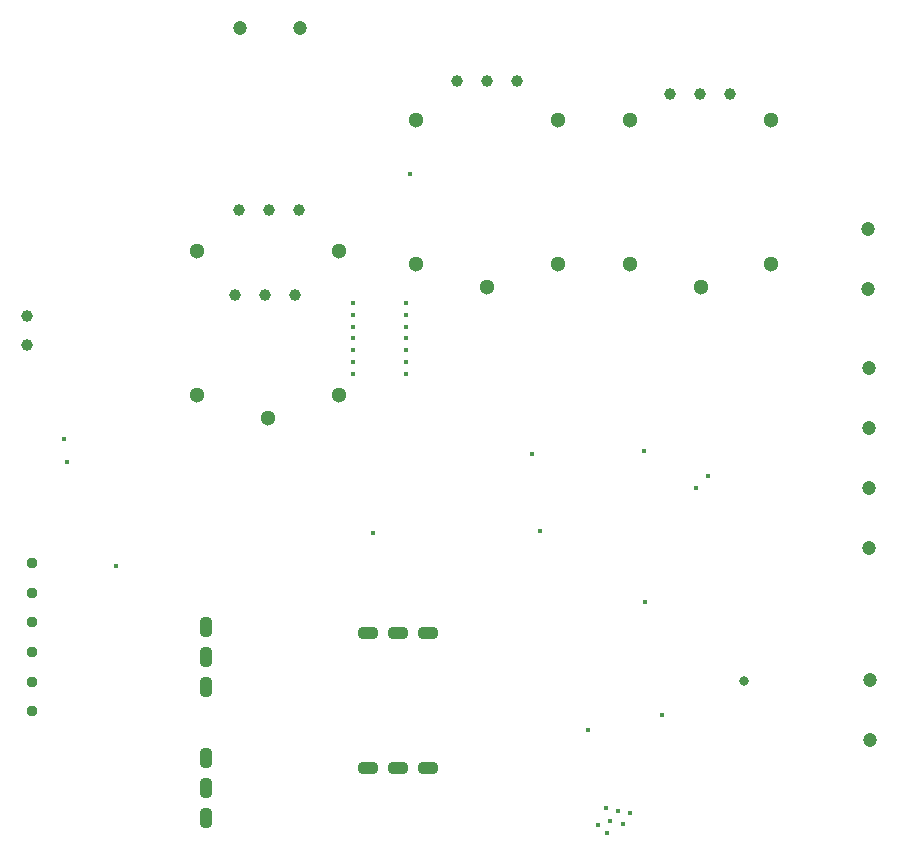
<source format=gbr>
%TF.GenerationSoftware,KiCad,Pcbnew,7.0.9*%
%TF.CreationDate,2024-04-02T14:08:44+05:30*%
%TF.ProjectId,Chg_Dschg Controller,4368675f-4473-4636-9867-20436f6e7472,rev?*%
%TF.SameCoordinates,Original*%
%TF.FileFunction,Plated,1,2,PTH,Mixed*%
%TF.FilePolarity,Positive*%
%FSLAX46Y46*%
G04 Gerber Fmt 4.6, Leading zero omitted, Abs format (unit mm)*
G04 Created by KiCad (PCBNEW 7.0.9) date 2024-04-02 14:08:44*
%MOMM*%
%LPD*%
G01*
G04 APERTURE LIST*
%TA.AperFunction,ViaDrill*%
%ADD10C,0.400000*%
%TD*%
%TA.AperFunction,ViaDrill*%
%ADD11C,0.800000*%
%TD*%
%TA.AperFunction,ComponentDrill*%
%ADD12C,0.950000*%
%TD*%
%TA.AperFunction,ComponentDrill*%
%ADD13C,1.000000*%
%TD*%
G04 aperture for slot hole*
%TA.AperFunction,ComponentDrill*%
%ADD14O,1.100000X1.800000*%
%TD*%
G04 aperture for slot hole*
%TA.AperFunction,ComponentDrill*%
%ADD15O,1.800000X1.100000*%
%TD*%
%TA.AperFunction,ComponentDrill*%
%ADD16C,1.200000*%
%TD*%
%TA.AperFunction,ComponentDrill*%
%ADD17C,1.300000*%
%TD*%
G04 APERTURE END LIST*
D10*
X46546648Y-66488000D03*
X46800000Y-68500000D03*
X50950000Y-77250000D03*
X71000000Y-55000000D03*
X71000000Y-56000000D03*
X71000000Y-57000000D03*
X71000000Y-58000000D03*
X71000000Y-59000000D03*
X71000000Y-60000000D03*
X71000000Y-61000000D03*
X72700000Y-74500000D03*
X75500000Y-55000000D03*
X75500000Y-56000000D03*
X75500000Y-57000000D03*
X75500000Y-58000000D03*
X75500000Y-59000000D03*
X75500000Y-60000000D03*
X75500000Y-61000000D03*
X75800000Y-44100000D03*
X86150000Y-67800000D03*
X86850000Y-74300000D03*
X90900000Y-91200000D03*
X91700000Y-99200000D03*
X92400000Y-97800000D03*
X92500000Y-99900000D03*
X92700000Y-98900000D03*
X93400000Y-98000000D03*
X93800000Y-99100000D03*
X94400000Y-98200000D03*
X95600000Y-67500000D03*
X95700000Y-80350000D03*
X97100000Y-89900000D03*
X100000000Y-70662500D03*
X101000000Y-69613000D03*
D11*
X104100000Y-87000000D03*
D12*
%TO.C,J1*%
X43839000Y-77052000D03*
X43839000Y-79552000D03*
X43839000Y-82052000D03*
X43839000Y-84552000D03*
X43839000Y-87052000D03*
X43839000Y-89552000D03*
D13*
%TO.C,J2*%
X43400000Y-56100000D03*
X43400000Y-58600000D03*
%TO.C,J7*%
X61025000Y-54350000D03*
%TO.C,J6*%
X61325000Y-47100000D03*
%TO.C,J7*%
X63565000Y-54350000D03*
%TO.C,J6*%
X63865000Y-47100000D03*
%TO.C,J7*%
X66105000Y-54350000D03*
%TO.C,J6*%
X66405000Y-47100000D03*
%TO.C,J9*%
X79750000Y-36200000D03*
X82290000Y-36200000D03*
X84830000Y-36200000D03*
%TO.C,J8*%
X97825000Y-37350000D03*
X100365000Y-37350000D03*
X102905000Y-37350000D03*
D14*
%TO.C,Q5*%
X58555000Y-82460000D03*
X58555000Y-85000000D03*
X58555000Y-87540000D03*
%TO.C,Q1*%
X58555000Y-93560000D03*
X58555000Y-96100000D03*
X58555000Y-98640000D03*
D15*
%TO.C,Q2*%
X72210000Y-82945000D03*
%TO.C,Q3*%
X72260000Y-94395000D03*
%TO.C,Q2*%
X74750000Y-82945000D03*
%TO.C,Q3*%
X74800000Y-94395000D03*
%TO.C,Q2*%
X77290000Y-82945000D03*
%TO.C,Q3*%
X77340000Y-94395000D03*
D16*
%TO.C,J5*%
X61442500Y-31692500D03*
X66522500Y-31692500D03*
%TO.C,J3*%
X114607500Y-48727500D03*
X114607500Y-53807500D03*
%TO.C,J10*%
X114700000Y-60550000D03*
X114700000Y-65630000D03*
X114700000Y-70710000D03*
X114700000Y-75790000D03*
%TO.C,J4*%
X114707500Y-86927500D03*
X114707500Y-92007500D03*
D17*
%TO.C,K1*%
X57750000Y-50577500D03*
X57750000Y-62777500D03*
X63750000Y-64777500D03*
X69750000Y-50577500D03*
X69750000Y-62777500D03*
%TO.C,K3*%
X76350000Y-39477500D03*
X76350000Y-51677500D03*
X82350000Y-53677500D03*
X88350000Y-39477500D03*
X88350000Y-51677500D03*
%TO.C,K2*%
X94400000Y-39477500D03*
X94400000Y-51677500D03*
X100400000Y-53677500D03*
X106400000Y-39477500D03*
X106400000Y-51677500D03*
M02*

</source>
